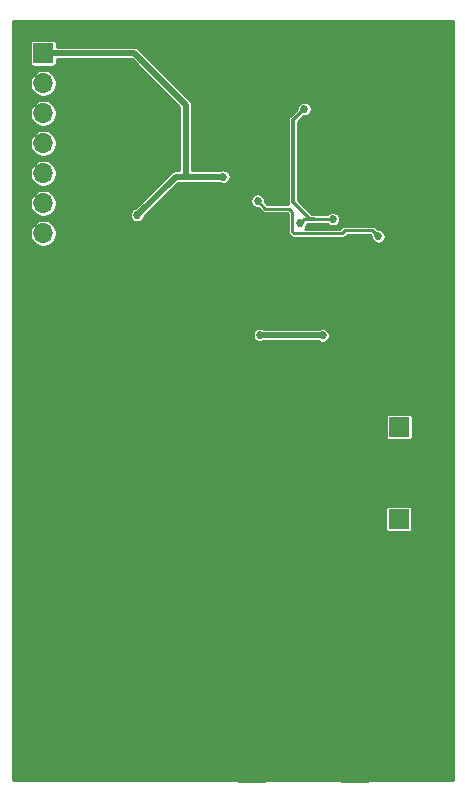
<source format=gbl>
%TF.GenerationSoftware,KiCad,Pcbnew,5.1.5-52549c5~84~ubuntu19.10.1*%
%TF.CreationDate,2019-12-17T23:17:54-05:00*%
%TF.ProjectId,test-mixer,74657374-2d6d-4697-9865-722e6b696361,rev?*%
%TF.SameCoordinates,Original*%
%TF.FileFunction,Copper,L2,Bot*%
%TF.FilePolarity,Positive*%
%FSLAX46Y46*%
G04 Gerber Fmt 4.6, Leading zero omitted, Abs format (unit mm)*
G04 Created by KiCad (PCBNEW 5.1.5-52549c5~84~ubuntu19.10.1) date 2019-12-17 23:17:54*
%MOMM*%
%LPD*%
G04 APERTURE LIST*
%ADD10R,1.700000X1.700000*%
%ADD11O,1.700000X1.700000*%
%ADD12C,0.965200*%
%ADD13R,2.413000X4.830000*%
%ADD14C,0.685800*%
%ADD15C,0.508000*%
%ADD16C,1.270000*%
%ADD17C,0.762000*%
%ADD18C,0.254000*%
%ADD19C,0.330200*%
G04 APERTURE END LIST*
D10*
X50050000Y-118550000D03*
X50100000Y-110750000D03*
D11*
X19950000Y-96880000D03*
X19950000Y-94340000D03*
X19950000Y-91800000D03*
X19950000Y-89260000D03*
X19950000Y-86720000D03*
X19950000Y-84180000D03*
X19950000Y-81640000D03*
D10*
X19950000Y-79100000D03*
D12*
X46381500Y-135231000D03*
X37618500Y-135231000D03*
D13*
X46381500Y-138550000D03*
X37618500Y-138535000D03*
D14*
X45000000Y-132500000D03*
X40000000Y-132500000D03*
X40300000Y-89200000D03*
X50175000Y-92750000D03*
X46700000Y-96200000D03*
X46600000Y-97250000D03*
X46225000Y-94750000D03*
X43050000Y-100300000D03*
X43100000Y-101200000D03*
X36581282Y-94381282D03*
X37831282Y-93131282D03*
X34131282Y-96731282D03*
X32781282Y-97831282D03*
X31150000Y-98600000D03*
X30350000Y-99100000D03*
X43985000Y-88785000D03*
X46385000Y-88750000D03*
X46385000Y-89700000D03*
X43700000Y-83600000D03*
X44700000Y-91635000D03*
X45700000Y-91635000D03*
X39700014Y-126950000D03*
X39550006Y-128000000D03*
X46719168Y-91035832D03*
X37450000Y-90335000D03*
X32625000Y-92700000D03*
X41800000Y-89200000D03*
X41825000Y-90625000D03*
X36275000Y-83200000D03*
X36150000Y-78350000D03*
X46225000Y-93150000D03*
X25000000Y-137500000D03*
X30000000Y-137500000D03*
X35000000Y-137500000D03*
X35000000Y-132500000D03*
X35000000Y-127500000D03*
X35000000Y-122500000D03*
X35000000Y-117500000D03*
X35000000Y-112500000D03*
X35000000Y-107500000D03*
X35000000Y-102500000D03*
X30000000Y-102500000D03*
X30000000Y-107500000D03*
X30000000Y-112500000D03*
X30000000Y-117500000D03*
X30000000Y-122500000D03*
X30000000Y-127500000D03*
X30000000Y-132500000D03*
X25000000Y-132500000D03*
X25000000Y-127500000D03*
X25000000Y-122500000D03*
X25000000Y-117500000D03*
X25000000Y-112500000D03*
X25000000Y-107500000D03*
X25000000Y-102500000D03*
X25000000Y-97500000D03*
X25000000Y-92500000D03*
X20000000Y-102500000D03*
X20000000Y-112500000D03*
X20000000Y-117500000D03*
X20000000Y-122500000D03*
X20000000Y-127500000D03*
X20000000Y-132500000D03*
X50000000Y-132500000D03*
X50000000Y-127500000D03*
X50000000Y-122500000D03*
X50000000Y-107500000D03*
X50000000Y-102500000D03*
X50000000Y-87500000D03*
X45000000Y-82500000D03*
X44000000Y-105000000D03*
X44000000Y-110000000D03*
X44000000Y-115000000D03*
X44000000Y-120000000D03*
X44000000Y-125000000D03*
X40289590Y-90573015D03*
X39000000Y-97000000D03*
X37000000Y-100000000D03*
X43500000Y-97000000D03*
X39500000Y-99000000D03*
X38225000Y-87350000D03*
X40376821Y-92925139D03*
X35200000Y-89550000D03*
X27900000Y-92800000D03*
X44475000Y-93150000D03*
X41672310Y-93484144D03*
X42050000Y-83825000D03*
X38100000Y-91600000D03*
X48325000Y-94600000D03*
X38300000Y-102950000D03*
X43600000Y-103000000D03*
D15*
X28445000Y-96880000D02*
X32625000Y-92700000D01*
X19950000Y-96880000D02*
X28445000Y-96880000D01*
X34900000Y-92700000D02*
X36581282Y-94381282D01*
X32625000Y-92700000D02*
X34900000Y-92700000D01*
X35085000Y-92700000D02*
X37450000Y-90335000D01*
X34900000Y-92700000D02*
X35085000Y-92700000D01*
D16*
X46225000Y-92160000D02*
X45700000Y-91635000D01*
X46225000Y-93150000D02*
X46225000Y-92160000D01*
X49435000Y-92750000D02*
X46385000Y-89700000D01*
X50175000Y-92750000D02*
X49435000Y-92750000D01*
X43700000Y-88500000D02*
X43985000Y-88785000D01*
X43700000Y-83600000D02*
X43700000Y-88500000D01*
X43550000Y-100300000D02*
X46600000Y-97250000D01*
X43050000Y-100300000D02*
X43550000Y-100300000D01*
D15*
X37450000Y-85875000D02*
X36275000Y-84700000D01*
X37450000Y-90335000D02*
X37450000Y-85875000D01*
X36275000Y-84700000D02*
X36275000Y-83200000D01*
X36275000Y-78475000D02*
X36150000Y-78350000D01*
X36275000Y-83200000D02*
X36275000Y-78475000D01*
X37908000Y-83200000D02*
X39008000Y-82100000D01*
X36275000Y-83200000D02*
X37908000Y-83200000D01*
X42200000Y-82100000D02*
X43700000Y-83600000D01*
X39008000Y-82100000D02*
X42200000Y-82100000D01*
X46185000Y-89900000D02*
X46385000Y-89700000D01*
D17*
X40075000Y-89200000D02*
X38225000Y-87350000D01*
X40300000Y-89200000D02*
X40075000Y-89200000D01*
D15*
X36570678Y-96731282D02*
X40033922Y-93268038D01*
X40033922Y-93268038D02*
X40376821Y-92925139D01*
X34131282Y-96731282D02*
X36570678Y-96731282D01*
X31150000Y-89550000D02*
X27900000Y-92800000D01*
X35200000Y-89550000D02*
X32000000Y-89550000D01*
X32000000Y-89550000D02*
X31150000Y-89550000D01*
X32000000Y-83450000D02*
X32000000Y-89550000D01*
X19950000Y-79100000D02*
X27650000Y-79100000D01*
X27650000Y-79100000D02*
X32000000Y-83450000D01*
D18*
X42006454Y-93150000D02*
X41672310Y-93484144D01*
D19*
X42850000Y-93150000D02*
X42550000Y-93150000D01*
D18*
X44475000Y-93150000D02*
X42850000Y-93150000D01*
X42850000Y-93150000D02*
X42006454Y-93150000D01*
D19*
X42550000Y-93150000D02*
X41100000Y-91700000D01*
X41100000Y-84775000D02*
X42050000Y-83825000D01*
X41100000Y-91700000D02*
X41100000Y-84775000D01*
D18*
X38100000Y-91600000D02*
X38757301Y-92257301D01*
X47825928Y-94100928D02*
X48325000Y-94600000D01*
X38757301Y-92257301D02*
X40757301Y-92257301D01*
X40757301Y-92257301D02*
X41050000Y-92550000D01*
X41050000Y-92550000D02*
X41050000Y-94200000D01*
X41050000Y-94200000D02*
X41200000Y-94350000D01*
X41200000Y-94350000D02*
X45250000Y-94350000D01*
X45250000Y-94350000D02*
X45499072Y-94100928D01*
X46254922Y-94100928D02*
X46399072Y-94100928D01*
X46399072Y-94100928D02*
X47825928Y-94100928D01*
X45499072Y-94100928D02*
X46399072Y-94100928D01*
D15*
X38300000Y-102950000D02*
X43550000Y-102950000D01*
X43550000Y-102950000D02*
X43600000Y-103000000D01*
D18*
G36*
X54644401Y-140644400D02*
G01*
X17355600Y-140644400D01*
X17355600Y-117700000D01*
X48919249Y-117700000D01*
X48919249Y-119400000D01*
X48924644Y-119454772D01*
X48940620Y-119507439D01*
X48966564Y-119555977D01*
X49001479Y-119598521D01*
X49044023Y-119633436D01*
X49092561Y-119659380D01*
X49145228Y-119675356D01*
X49200000Y-119680751D01*
X50900000Y-119680751D01*
X50954772Y-119675356D01*
X51007439Y-119659380D01*
X51055977Y-119633436D01*
X51098521Y-119598521D01*
X51133436Y-119555977D01*
X51159380Y-119507439D01*
X51175356Y-119454772D01*
X51180751Y-119400000D01*
X51180751Y-117700000D01*
X51175356Y-117645228D01*
X51159380Y-117592561D01*
X51133436Y-117544023D01*
X51098521Y-117501479D01*
X51055977Y-117466564D01*
X51007439Y-117440620D01*
X50954772Y-117424644D01*
X50900000Y-117419249D01*
X49200000Y-117419249D01*
X49145228Y-117424644D01*
X49092561Y-117440620D01*
X49044023Y-117466564D01*
X49001479Y-117501479D01*
X48966564Y-117544023D01*
X48940620Y-117592561D01*
X48924644Y-117645228D01*
X48919249Y-117700000D01*
X17355600Y-117700000D01*
X17355600Y-109900000D01*
X48969249Y-109900000D01*
X48969249Y-111600000D01*
X48974644Y-111654772D01*
X48990620Y-111707439D01*
X49016564Y-111755977D01*
X49051479Y-111798521D01*
X49094023Y-111833436D01*
X49142561Y-111859380D01*
X49195228Y-111875356D01*
X49250000Y-111880751D01*
X50950000Y-111880751D01*
X51004772Y-111875356D01*
X51057439Y-111859380D01*
X51105977Y-111833436D01*
X51148521Y-111798521D01*
X51183436Y-111755977D01*
X51209380Y-111707439D01*
X51225356Y-111654772D01*
X51230751Y-111600000D01*
X51230751Y-109900000D01*
X51225356Y-109845228D01*
X51209380Y-109792561D01*
X51183436Y-109744023D01*
X51148521Y-109701479D01*
X51105977Y-109666564D01*
X51057439Y-109640620D01*
X51004772Y-109624644D01*
X50950000Y-109619249D01*
X49250000Y-109619249D01*
X49195228Y-109624644D01*
X49142561Y-109640620D01*
X49094023Y-109666564D01*
X49051479Y-109701479D01*
X49016564Y-109744023D01*
X48990620Y-109792561D01*
X48974644Y-109845228D01*
X48969249Y-109900000D01*
X17355600Y-109900000D01*
X17355600Y-102888709D01*
X37677700Y-102888709D01*
X37677700Y-103011291D01*
X37701615Y-103131518D01*
X37748525Y-103244770D01*
X37816628Y-103346693D01*
X37903307Y-103433372D01*
X38005230Y-103501475D01*
X38118482Y-103548385D01*
X38238709Y-103572300D01*
X38361291Y-103572300D01*
X38481518Y-103548385D01*
X38594770Y-103501475D01*
X38621821Y-103483400D01*
X43203349Y-103483400D01*
X43305230Y-103551475D01*
X43418482Y-103598385D01*
X43538709Y-103622300D01*
X43661291Y-103622300D01*
X43781518Y-103598385D01*
X43894770Y-103551475D01*
X43996693Y-103483372D01*
X44083372Y-103396693D01*
X44151475Y-103294770D01*
X44198385Y-103181518D01*
X44222300Y-103061291D01*
X44222300Y-102938709D01*
X44198385Y-102818482D01*
X44151475Y-102705230D01*
X44083372Y-102603307D01*
X43996693Y-102516628D01*
X43894770Y-102448525D01*
X43781518Y-102401615D01*
X43661291Y-102377700D01*
X43538709Y-102377700D01*
X43418482Y-102401615D01*
X43382305Y-102416600D01*
X38621821Y-102416600D01*
X38594770Y-102398525D01*
X38481518Y-102351615D01*
X38361291Y-102327700D01*
X38238709Y-102327700D01*
X38118482Y-102351615D01*
X38005230Y-102398525D01*
X37903307Y-102466628D01*
X37816628Y-102553307D01*
X37748525Y-102655230D01*
X37701615Y-102768482D01*
X37677700Y-102888709D01*
X17355600Y-102888709D01*
X17355600Y-94228764D01*
X18820600Y-94228764D01*
X18820600Y-94451236D01*
X18864002Y-94669434D01*
X18949138Y-94874972D01*
X19072737Y-95059951D01*
X19230049Y-95217263D01*
X19415028Y-95340862D01*
X19620566Y-95425998D01*
X19838764Y-95469400D01*
X20061236Y-95469400D01*
X20279434Y-95425998D01*
X20484972Y-95340862D01*
X20669951Y-95217263D01*
X20827263Y-95059951D01*
X20950862Y-94874972D01*
X21035998Y-94669434D01*
X21079400Y-94451236D01*
X21079400Y-94228764D01*
X21035998Y-94010566D01*
X20950862Y-93805028D01*
X20827263Y-93620049D01*
X20669951Y-93462737D01*
X20484972Y-93339138D01*
X20279434Y-93254002D01*
X20061236Y-93210600D01*
X19838764Y-93210600D01*
X19620566Y-93254002D01*
X19415028Y-93339138D01*
X19230049Y-93462737D01*
X19072737Y-93620049D01*
X18949138Y-93805028D01*
X18864002Y-94010566D01*
X18820600Y-94228764D01*
X17355600Y-94228764D01*
X17355600Y-91688764D01*
X18820600Y-91688764D01*
X18820600Y-91911236D01*
X18864002Y-92129434D01*
X18949138Y-92334972D01*
X19072737Y-92519951D01*
X19230049Y-92677263D01*
X19415028Y-92800862D01*
X19620566Y-92885998D01*
X19838764Y-92929400D01*
X20061236Y-92929400D01*
X20279434Y-92885998D01*
X20484972Y-92800862D01*
X20669951Y-92677263D01*
X20827263Y-92519951D01*
X20950862Y-92334972D01*
X21035998Y-92129434D01*
X21079400Y-91911236D01*
X21079400Y-91688764D01*
X21035998Y-91470566D01*
X20950862Y-91265028D01*
X20827263Y-91080049D01*
X20669951Y-90922737D01*
X20484972Y-90799138D01*
X20279434Y-90714002D01*
X20061236Y-90670600D01*
X19838764Y-90670600D01*
X19620566Y-90714002D01*
X19415028Y-90799138D01*
X19230049Y-90922737D01*
X19072737Y-91080049D01*
X18949138Y-91265028D01*
X18864002Y-91470566D01*
X18820600Y-91688764D01*
X17355600Y-91688764D01*
X17355600Y-89148764D01*
X18820600Y-89148764D01*
X18820600Y-89371236D01*
X18864002Y-89589434D01*
X18949138Y-89794972D01*
X19072737Y-89979951D01*
X19230049Y-90137263D01*
X19415028Y-90260862D01*
X19620566Y-90345998D01*
X19838764Y-90389400D01*
X20061236Y-90389400D01*
X20279434Y-90345998D01*
X20484972Y-90260862D01*
X20669951Y-90137263D01*
X20827263Y-89979951D01*
X20950862Y-89794972D01*
X21035998Y-89589434D01*
X21079400Y-89371236D01*
X21079400Y-89148764D01*
X21035998Y-88930566D01*
X20950862Y-88725028D01*
X20827263Y-88540049D01*
X20669951Y-88382737D01*
X20484972Y-88259138D01*
X20279434Y-88174002D01*
X20061236Y-88130600D01*
X19838764Y-88130600D01*
X19620566Y-88174002D01*
X19415028Y-88259138D01*
X19230049Y-88382737D01*
X19072737Y-88540049D01*
X18949138Y-88725028D01*
X18864002Y-88930566D01*
X18820600Y-89148764D01*
X17355600Y-89148764D01*
X17355600Y-86608764D01*
X18820600Y-86608764D01*
X18820600Y-86831236D01*
X18864002Y-87049434D01*
X18949138Y-87254972D01*
X19072737Y-87439951D01*
X19230049Y-87597263D01*
X19415028Y-87720862D01*
X19620566Y-87805998D01*
X19838764Y-87849400D01*
X20061236Y-87849400D01*
X20279434Y-87805998D01*
X20484972Y-87720862D01*
X20669951Y-87597263D01*
X20827263Y-87439951D01*
X20950862Y-87254972D01*
X21035998Y-87049434D01*
X21079400Y-86831236D01*
X21079400Y-86608764D01*
X21035998Y-86390566D01*
X20950862Y-86185028D01*
X20827263Y-86000049D01*
X20669951Y-85842737D01*
X20484972Y-85719138D01*
X20279434Y-85634002D01*
X20061236Y-85590600D01*
X19838764Y-85590600D01*
X19620566Y-85634002D01*
X19415028Y-85719138D01*
X19230049Y-85842737D01*
X19072737Y-86000049D01*
X18949138Y-86185028D01*
X18864002Y-86390566D01*
X18820600Y-86608764D01*
X17355600Y-86608764D01*
X17355600Y-84068764D01*
X18820600Y-84068764D01*
X18820600Y-84291236D01*
X18864002Y-84509434D01*
X18949138Y-84714972D01*
X19072737Y-84899951D01*
X19230049Y-85057263D01*
X19415028Y-85180862D01*
X19620566Y-85265998D01*
X19838764Y-85309400D01*
X20061236Y-85309400D01*
X20279434Y-85265998D01*
X20484972Y-85180862D01*
X20669951Y-85057263D01*
X20827263Y-84899951D01*
X20950862Y-84714972D01*
X21035998Y-84509434D01*
X21079400Y-84291236D01*
X21079400Y-84068764D01*
X21035998Y-83850566D01*
X20950862Y-83645028D01*
X20827263Y-83460049D01*
X20669951Y-83302737D01*
X20484972Y-83179138D01*
X20279434Y-83094002D01*
X20061236Y-83050600D01*
X19838764Y-83050600D01*
X19620566Y-83094002D01*
X19415028Y-83179138D01*
X19230049Y-83302737D01*
X19072737Y-83460049D01*
X18949138Y-83645028D01*
X18864002Y-83850566D01*
X18820600Y-84068764D01*
X17355600Y-84068764D01*
X17355600Y-81528764D01*
X18820600Y-81528764D01*
X18820600Y-81751236D01*
X18864002Y-81969434D01*
X18949138Y-82174972D01*
X19072737Y-82359951D01*
X19230049Y-82517263D01*
X19415028Y-82640862D01*
X19620566Y-82725998D01*
X19838764Y-82769400D01*
X20061236Y-82769400D01*
X20279434Y-82725998D01*
X20484972Y-82640862D01*
X20669951Y-82517263D01*
X20827263Y-82359951D01*
X20950862Y-82174972D01*
X21035998Y-81969434D01*
X21079400Y-81751236D01*
X21079400Y-81528764D01*
X21035998Y-81310566D01*
X20950862Y-81105028D01*
X20827263Y-80920049D01*
X20669951Y-80762737D01*
X20484972Y-80639138D01*
X20279434Y-80554002D01*
X20061236Y-80510600D01*
X19838764Y-80510600D01*
X19620566Y-80554002D01*
X19415028Y-80639138D01*
X19230049Y-80762737D01*
X19072737Y-80920049D01*
X18949138Y-81105028D01*
X18864002Y-81310566D01*
X18820600Y-81528764D01*
X17355600Y-81528764D01*
X17355600Y-78250000D01*
X18819249Y-78250000D01*
X18819249Y-79950000D01*
X18824644Y-80004772D01*
X18840620Y-80057439D01*
X18866564Y-80105977D01*
X18901479Y-80148521D01*
X18944023Y-80183436D01*
X18992561Y-80209380D01*
X19045228Y-80225356D01*
X19100000Y-80230751D01*
X20800000Y-80230751D01*
X20854772Y-80225356D01*
X20907439Y-80209380D01*
X20955977Y-80183436D01*
X20998521Y-80148521D01*
X21033436Y-80105977D01*
X21059380Y-80057439D01*
X21075356Y-80004772D01*
X21080751Y-79950000D01*
X21080751Y-79633400D01*
X27429059Y-79633400D01*
X31466600Y-83670942D01*
X31466601Y-89016600D01*
X31176186Y-89016600D01*
X31149999Y-89014021D01*
X31123812Y-89016600D01*
X31123805Y-89016600D01*
X31045435Y-89024319D01*
X30944889Y-89054819D01*
X30852225Y-89104349D01*
X30798106Y-89148764D01*
X30771005Y-89171005D01*
X30754309Y-89191349D01*
X27750391Y-92195268D01*
X27718482Y-92201615D01*
X27605230Y-92248525D01*
X27503307Y-92316628D01*
X27416628Y-92403307D01*
X27348525Y-92505230D01*
X27301615Y-92618482D01*
X27277700Y-92738709D01*
X27277700Y-92861291D01*
X27301615Y-92981518D01*
X27348525Y-93094770D01*
X27416628Y-93196693D01*
X27503307Y-93283372D01*
X27605230Y-93351475D01*
X27718482Y-93398385D01*
X27838709Y-93422300D01*
X27961291Y-93422300D01*
X28081518Y-93398385D01*
X28194770Y-93351475D01*
X28296693Y-93283372D01*
X28383372Y-93196693D01*
X28451475Y-93094770D01*
X28498385Y-92981518D01*
X28504732Y-92949609D01*
X29915632Y-91538709D01*
X37477700Y-91538709D01*
X37477700Y-91661291D01*
X37501615Y-91781518D01*
X37548525Y-91894770D01*
X37616628Y-91996693D01*
X37703307Y-92083372D01*
X37805230Y-92151475D01*
X37918482Y-92198385D01*
X38038709Y-92222300D01*
X38147563Y-92222300D01*
X38455823Y-92530560D01*
X38468543Y-92546059D01*
X38484041Y-92558778D01*
X38484046Y-92558783D01*
X38505047Y-92576018D01*
X38530425Y-92596845D01*
X38591833Y-92629668D01*
X38601026Y-92634582D01*
X38677632Y-92657820D01*
X38684905Y-92658536D01*
X38737341Y-92663701D01*
X38737348Y-92663701D01*
X38757301Y-92665666D01*
X38777254Y-92663701D01*
X40588965Y-92663701D01*
X40643600Y-92718337D01*
X40643601Y-94180038D01*
X40641635Y-94200000D01*
X40649481Y-94279668D01*
X40672719Y-94356274D01*
X40672720Y-94356275D01*
X40710457Y-94426876D01*
X40721615Y-94440472D01*
X40748518Y-94473254D01*
X40748524Y-94473260D01*
X40761243Y-94488758D01*
X40776741Y-94501477D01*
X40898518Y-94623254D01*
X40911242Y-94638758D01*
X40973124Y-94689544D01*
X41043725Y-94727281D01*
X41120331Y-94750519D01*
X41128335Y-94751307D01*
X41180040Y-94756400D01*
X41180046Y-94756400D01*
X41199999Y-94758365D01*
X41219952Y-94756400D01*
X45230047Y-94756400D01*
X45250000Y-94758365D01*
X45269953Y-94756400D01*
X45269960Y-94756400D01*
X45329668Y-94750519D01*
X45406275Y-94727281D01*
X45476876Y-94689544D01*
X45538758Y-94638758D01*
X45551482Y-94623254D01*
X45667408Y-94507328D01*
X47657592Y-94507328D01*
X47702700Y-94552436D01*
X47702700Y-94661291D01*
X47726615Y-94781518D01*
X47773525Y-94894770D01*
X47841628Y-94996693D01*
X47928307Y-95083372D01*
X48030230Y-95151475D01*
X48143482Y-95198385D01*
X48263709Y-95222300D01*
X48386291Y-95222300D01*
X48506518Y-95198385D01*
X48619770Y-95151475D01*
X48721693Y-95083372D01*
X48808372Y-94996693D01*
X48876475Y-94894770D01*
X48923385Y-94781518D01*
X48947300Y-94661291D01*
X48947300Y-94538709D01*
X48923385Y-94418482D01*
X48876475Y-94305230D01*
X48808372Y-94203307D01*
X48721693Y-94116628D01*
X48619770Y-94048525D01*
X48506518Y-94001615D01*
X48386291Y-93977700D01*
X48277436Y-93977700D01*
X48127410Y-93827674D01*
X48114686Y-93812170D01*
X48052804Y-93761384D01*
X47982203Y-93723647D01*
X47905596Y-93700409D01*
X47845888Y-93694528D01*
X47845881Y-93694528D01*
X47825928Y-93692563D01*
X47805975Y-93694528D01*
X45519024Y-93694528D01*
X45499071Y-93692563D01*
X45479118Y-93694528D01*
X45479112Y-93694528D01*
X45427407Y-93699621D01*
X45419403Y-93700409D01*
X45342797Y-93723647D01*
X45272196Y-93761384D01*
X45210314Y-93812170D01*
X45197590Y-93827674D01*
X45081664Y-93943600D01*
X42092919Y-93943600D01*
X42155682Y-93880837D01*
X42223785Y-93778914D01*
X42270695Y-93665662D01*
X42292429Y-93556400D01*
X42367379Y-93556400D01*
X42379074Y-93562651D01*
X42462863Y-93588068D01*
X42528170Y-93594500D01*
X42528180Y-93594500D01*
X42550000Y-93596649D01*
X42571820Y-93594500D01*
X42871830Y-93594500D01*
X42937137Y-93588068D01*
X43020926Y-93562651D01*
X43032621Y-93556400D01*
X44001335Y-93556400D01*
X44078307Y-93633372D01*
X44180230Y-93701475D01*
X44293482Y-93748385D01*
X44413709Y-93772300D01*
X44536291Y-93772300D01*
X44656518Y-93748385D01*
X44769770Y-93701475D01*
X44871693Y-93633372D01*
X44958372Y-93546693D01*
X45026475Y-93444770D01*
X45073385Y-93331518D01*
X45097300Y-93211291D01*
X45097300Y-93088709D01*
X45073385Y-92968482D01*
X45026475Y-92855230D01*
X44958372Y-92753307D01*
X44871693Y-92666628D01*
X44769770Y-92598525D01*
X44656518Y-92551615D01*
X44536291Y-92527700D01*
X44413709Y-92527700D01*
X44293482Y-92551615D01*
X44180230Y-92598525D01*
X44078307Y-92666628D01*
X44001335Y-92743600D01*
X43032621Y-92743600D01*
X43020926Y-92737349D01*
X42937137Y-92711932D01*
X42871830Y-92705500D01*
X42734118Y-92705500D01*
X41544500Y-91515883D01*
X41544500Y-84959117D01*
X42056318Y-84447300D01*
X42111291Y-84447300D01*
X42231518Y-84423385D01*
X42344770Y-84376475D01*
X42446693Y-84308372D01*
X42533372Y-84221693D01*
X42601475Y-84119770D01*
X42648385Y-84006518D01*
X42672300Y-83886291D01*
X42672300Y-83763709D01*
X42648385Y-83643482D01*
X42601475Y-83530230D01*
X42533372Y-83428307D01*
X42446693Y-83341628D01*
X42344770Y-83273525D01*
X42231518Y-83226615D01*
X42111291Y-83202700D01*
X41988709Y-83202700D01*
X41868482Y-83226615D01*
X41755230Y-83273525D01*
X41653307Y-83341628D01*
X41566628Y-83428307D01*
X41498525Y-83530230D01*
X41451615Y-83643482D01*
X41427700Y-83763709D01*
X41427700Y-83818682D01*
X40801125Y-84445258D01*
X40784172Y-84459171D01*
X40770259Y-84476124D01*
X40770255Y-84476128D01*
X40728624Y-84526855D01*
X40687349Y-84604075D01*
X40661933Y-84687863D01*
X40653351Y-84775000D01*
X40655501Y-84796830D01*
X40655500Y-91678180D01*
X40653351Y-91700000D01*
X40655500Y-91721820D01*
X40655500Y-91721829D01*
X40661932Y-91787136D01*
X40673987Y-91826875D01*
X40681275Y-91850901D01*
X38925638Y-91850901D01*
X38722300Y-91647563D01*
X38722300Y-91538709D01*
X38698385Y-91418482D01*
X38651475Y-91305230D01*
X38583372Y-91203307D01*
X38496693Y-91116628D01*
X38394770Y-91048525D01*
X38281518Y-91001615D01*
X38161291Y-90977700D01*
X38038709Y-90977700D01*
X37918482Y-91001615D01*
X37805230Y-91048525D01*
X37703307Y-91116628D01*
X37616628Y-91203307D01*
X37548525Y-91305230D01*
X37501615Y-91418482D01*
X37477700Y-91538709D01*
X29915632Y-91538709D01*
X31370942Y-90083400D01*
X31973806Y-90083400D01*
X32000000Y-90085980D01*
X32026195Y-90083400D01*
X34878179Y-90083400D01*
X34905230Y-90101475D01*
X35018482Y-90148385D01*
X35138709Y-90172300D01*
X35261291Y-90172300D01*
X35381518Y-90148385D01*
X35494770Y-90101475D01*
X35596693Y-90033372D01*
X35683372Y-89946693D01*
X35751475Y-89844770D01*
X35798385Y-89731518D01*
X35822300Y-89611291D01*
X35822300Y-89488709D01*
X35798385Y-89368482D01*
X35751475Y-89255230D01*
X35683372Y-89153307D01*
X35596693Y-89066628D01*
X35494770Y-88998525D01*
X35381518Y-88951615D01*
X35261291Y-88927700D01*
X35138709Y-88927700D01*
X35018482Y-88951615D01*
X34905230Y-88998525D01*
X34878179Y-89016600D01*
X32533400Y-89016600D01*
X32533400Y-83476187D01*
X32535979Y-83450000D01*
X32533400Y-83423813D01*
X32533400Y-83423805D01*
X32525681Y-83345435D01*
X32495181Y-83244889D01*
X32445651Y-83152225D01*
X32410687Y-83109621D01*
X32395693Y-83091351D01*
X32395691Y-83091349D01*
X32378995Y-83071005D01*
X32358651Y-83054309D01*
X28045696Y-78741355D01*
X28028995Y-78721005D01*
X27947775Y-78654349D01*
X27855111Y-78604819D01*
X27754565Y-78574319D01*
X27676195Y-78566600D01*
X27676187Y-78566600D01*
X27650000Y-78564021D01*
X27623813Y-78566600D01*
X21080751Y-78566600D01*
X21080751Y-78250000D01*
X21075356Y-78195228D01*
X21059380Y-78142561D01*
X21033436Y-78094023D01*
X20998521Y-78051479D01*
X20955977Y-78016564D01*
X20907439Y-77990620D01*
X20854772Y-77974644D01*
X20800000Y-77969249D01*
X19100000Y-77969249D01*
X19045228Y-77974644D01*
X18992561Y-77990620D01*
X18944023Y-78016564D01*
X18901479Y-78051479D01*
X18866564Y-78094023D01*
X18840620Y-78142561D01*
X18824644Y-78195228D01*
X18819249Y-78250000D01*
X17355600Y-78250000D01*
X17355600Y-76355600D01*
X54644400Y-76355600D01*
X54644401Y-140644400D01*
G37*
X54644401Y-140644400D02*
X17355600Y-140644400D01*
X17355600Y-117700000D01*
X48919249Y-117700000D01*
X48919249Y-119400000D01*
X48924644Y-119454772D01*
X48940620Y-119507439D01*
X48966564Y-119555977D01*
X49001479Y-119598521D01*
X49044023Y-119633436D01*
X49092561Y-119659380D01*
X49145228Y-119675356D01*
X49200000Y-119680751D01*
X50900000Y-119680751D01*
X50954772Y-119675356D01*
X51007439Y-119659380D01*
X51055977Y-119633436D01*
X51098521Y-119598521D01*
X51133436Y-119555977D01*
X51159380Y-119507439D01*
X51175356Y-119454772D01*
X51180751Y-119400000D01*
X51180751Y-117700000D01*
X51175356Y-117645228D01*
X51159380Y-117592561D01*
X51133436Y-117544023D01*
X51098521Y-117501479D01*
X51055977Y-117466564D01*
X51007439Y-117440620D01*
X50954772Y-117424644D01*
X50900000Y-117419249D01*
X49200000Y-117419249D01*
X49145228Y-117424644D01*
X49092561Y-117440620D01*
X49044023Y-117466564D01*
X49001479Y-117501479D01*
X48966564Y-117544023D01*
X48940620Y-117592561D01*
X48924644Y-117645228D01*
X48919249Y-117700000D01*
X17355600Y-117700000D01*
X17355600Y-109900000D01*
X48969249Y-109900000D01*
X48969249Y-111600000D01*
X48974644Y-111654772D01*
X48990620Y-111707439D01*
X49016564Y-111755977D01*
X49051479Y-111798521D01*
X49094023Y-111833436D01*
X49142561Y-111859380D01*
X49195228Y-111875356D01*
X49250000Y-111880751D01*
X50950000Y-111880751D01*
X51004772Y-111875356D01*
X51057439Y-111859380D01*
X51105977Y-111833436D01*
X51148521Y-111798521D01*
X51183436Y-111755977D01*
X51209380Y-111707439D01*
X51225356Y-111654772D01*
X51230751Y-111600000D01*
X51230751Y-109900000D01*
X51225356Y-109845228D01*
X51209380Y-109792561D01*
X51183436Y-109744023D01*
X51148521Y-109701479D01*
X51105977Y-109666564D01*
X51057439Y-109640620D01*
X51004772Y-109624644D01*
X50950000Y-109619249D01*
X49250000Y-109619249D01*
X49195228Y-109624644D01*
X49142561Y-109640620D01*
X49094023Y-109666564D01*
X49051479Y-109701479D01*
X49016564Y-109744023D01*
X48990620Y-109792561D01*
X48974644Y-109845228D01*
X48969249Y-109900000D01*
X17355600Y-109900000D01*
X17355600Y-102888709D01*
X37677700Y-102888709D01*
X37677700Y-103011291D01*
X37701615Y-103131518D01*
X37748525Y-103244770D01*
X37816628Y-103346693D01*
X37903307Y-103433372D01*
X38005230Y-103501475D01*
X38118482Y-103548385D01*
X38238709Y-103572300D01*
X38361291Y-103572300D01*
X38481518Y-103548385D01*
X38594770Y-103501475D01*
X38621821Y-103483400D01*
X43203349Y-103483400D01*
X43305230Y-103551475D01*
X43418482Y-103598385D01*
X43538709Y-103622300D01*
X43661291Y-103622300D01*
X43781518Y-103598385D01*
X43894770Y-103551475D01*
X43996693Y-103483372D01*
X44083372Y-103396693D01*
X44151475Y-103294770D01*
X44198385Y-103181518D01*
X44222300Y-103061291D01*
X44222300Y-102938709D01*
X44198385Y-102818482D01*
X44151475Y-102705230D01*
X44083372Y-102603307D01*
X43996693Y-102516628D01*
X43894770Y-102448525D01*
X43781518Y-102401615D01*
X43661291Y-102377700D01*
X43538709Y-102377700D01*
X43418482Y-102401615D01*
X43382305Y-102416600D01*
X38621821Y-102416600D01*
X38594770Y-102398525D01*
X38481518Y-102351615D01*
X38361291Y-102327700D01*
X38238709Y-102327700D01*
X38118482Y-102351615D01*
X38005230Y-102398525D01*
X37903307Y-102466628D01*
X37816628Y-102553307D01*
X37748525Y-102655230D01*
X37701615Y-102768482D01*
X37677700Y-102888709D01*
X17355600Y-102888709D01*
X17355600Y-94228764D01*
X18820600Y-94228764D01*
X18820600Y-94451236D01*
X18864002Y-94669434D01*
X18949138Y-94874972D01*
X19072737Y-95059951D01*
X19230049Y-95217263D01*
X19415028Y-95340862D01*
X19620566Y-95425998D01*
X19838764Y-95469400D01*
X20061236Y-95469400D01*
X20279434Y-95425998D01*
X20484972Y-95340862D01*
X20669951Y-95217263D01*
X20827263Y-95059951D01*
X20950862Y-94874972D01*
X21035998Y-94669434D01*
X21079400Y-94451236D01*
X21079400Y-94228764D01*
X21035998Y-94010566D01*
X20950862Y-93805028D01*
X20827263Y-93620049D01*
X20669951Y-93462737D01*
X20484972Y-93339138D01*
X20279434Y-93254002D01*
X20061236Y-93210600D01*
X19838764Y-93210600D01*
X19620566Y-93254002D01*
X19415028Y-93339138D01*
X19230049Y-93462737D01*
X19072737Y-93620049D01*
X18949138Y-93805028D01*
X18864002Y-94010566D01*
X18820600Y-94228764D01*
X17355600Y-94228764D01*
X17355600Y-91688764D01*
X18820600Y-91688764D01*
X18820600Y-91911236D01*
X18864002Y-92129434D01*
X18949138Y-92334972D01*
X19072737Y-92519951D01*
X19230049Y-92677263D01*
X19415028Y-92800862D01*
X19620566Y-92885998D01*
X19838764Y-92929400D01*
X20061236Y-92929400D01*
X20279434Y-92885998D01*
X20484972Y-92800862D01*
X20669951Y-92677263D01*
X20827263Y-92519951D01*
X20950862Y-92334972D01*
X21035998Y-92129434D01*
X21079400Y-91911236D01*
X21079400Y-91688764D01*
X21035998Y-91470566D01*
X20950862Y-91265028D01*
X20827263Y-91080049D01*
X20669951Y-90922737D01*
X20484972Y-90799138D01*
X20279434Y-90714002D01*
X20061236Y-90670600D01*
X19838764Y-90670600D01*
X19620566Y-90714002D01*
X19415028Y-90799138D01*
X19230049Y-90922737D01*
X19072737Y-91080049D01*
X18949138Y-91265028D01*
X18864002Y-91470566D01*
X18820600Y-91688764D01*
X17355600Y-91688764D01*
X17355600Y-89148764D01*
X18820600Y-89148764D01*
X18820600Y-89371236D01*
X18864002Y-89589434D01*
X18949138Y-89794972D01*
X19072737Y-89979951D01*
X19230049Y-90137263D01*
X19415028Y-90260862D01*
X19620566Y-90345998D01*
X19838764Y-90389400D01*
X20061236Y-90389400D01*
X20279434Y-90345998D01*
X20484972Y-90260862D01*
X20669951Y-90137263D01*
X20827263Y-89979951D01*
X20950862Y-89794972D01*
X21035998Y-89589434D01*
X21079400Y-89371236D01*
X21079400Y-89148764D01*
X21035998Y-88930566D01*
X20950862Y-88725028D01*
X20827263Y-88540049D01*
X20669951Y-88382737D01*
X20484972Y-88259138D01*
X20279434Y-88174002D01*
X20061236Y-88130600D01*
X19838764Y-88130600D01*
X19620566Y-88174002D01*
X19415028Y-88259138D01*
X19230049Y-88382737D01*
X19072737Y-88540049D01*
X18949138Y-88725028D01*
X18864002Y-88930566D01*
X18820600Y-89148764D01*
X17355600Y-89148764D01*
X17355600Y-86608764D01*
X18820600Y-86608764D01*
X18820600Y-86831236D01*
X18864002Y-87049434D01*
X18949138Y-87254972D01*
X19072737Y-87439951D01*
X19230049Y-87597263D01*
X19415028Y-87720862D01*
X19620566Y-87805998D01*
X19838764Y-87849400D01*
X20061236Y-87849400D01*
X20279434Y-87805998D01*
X20484972Y-87720862D01*
X20669951Y-87597263D01*
X20827263Y-87439951D01*
X20950862Y-87254972D01*
X21035998Y-87049434D01*
X21079400Y-86831236D01*
X21079400Y-86608764D01*
X21035998Y-86390566D01*
X20950862Y-86185028D01*
X20827263Y-86000049D01*
X20669951Y-85842737D01*
X20484972Y-85719138D01*
X20279434Y-85634002D01*
X20061236Y-85590600D01*
X19838764Y-85590600D01*
X19620566Y-85634002D01*
X19415028Y-85719138D01*
X19230049Y-85842737D01*
X19072737Y-86000049D01*
X18949138Y-86185028D01*
X18864002Y-86390566D01*
X18820600Y-86608764D01*
X17355600Y-86608764D01*
X17355600Y-84068764D01*
X18820600Y-84068764D01*
X18820600Y-84291236D01*
X18864002Y-84509434D01*
X18949138Y-84714972D01*
X19072737Y-84899951D01*
X19230049Y-85057263D01*
X19415028Y-85180862D01*
X19620566Y-85265998D01*
X19838764Y-85309400D01*
X20061236Y-85309400D01*
X20279434Y-85265998D01*
X20484972Y-85180862D01*
X20669951Y-85057263D01*
X20827263Y-84899951D01*
X20950862Y-84714972D01*
X21035998Y-84509434D01*
X21079400Y-84291236D01*
X21079400Y-84068764D01*
X21035998Y-83850566D01*
X20950862Y-83645028D01*
X20827263Y-83460049D01*
X20669951Y-83302737D01*
X20484972Y-83179138D01*
X20279434Y-83094002D01*
X20061236Y-83050600D01*
X19838764Y-83050600D01*
X19620566Y-83094002D01*
X19415028Y-83179138D01*
X19230049Y-83302737D01*
X19072737Y-83460049D01*
X18949138Y-83645028D01*
X18864002Y-83850566D01*
X18820600Y-84068764D01*
X17355600Y-84068764D01*
X17355600Y-81528764D01*
X18820600Y-81528764D01*
X18820600Y-81751236D01*
X18864002Y-81969434D01*
X18949138Y-82174972D01*
X19072737Y-82359951D01*
X19230049Y-82517263D01*
X19415028Y-82640862D01*
X19620566Y-82725998D01*
X19838764Y-82769400D01*
X20061236Y-82769400D01*
X20279434Y-82725998D01*
X20484972Y-82640862D01*
X20669951Y-82517263D01*
X20827263Y-82359951D01*
X20950862Y-82174972D01*
X21035998Y-81969434D01*
X21079400Y-81751236D01*
X21079400Y-81528764D01*
X21035998Y-81310566D01*
X20950862Y-81105028D01*
X20827263Y-80920049D01*
X20669951Y-80762737D01*
X20484972Y-80639138D01*
X20279434Y-80554002D01*
X20061236Y-80510600D01*
X19838764Y-80510600D01*
X19620566Y-80554002D01*
X19415028Y-80639138D01*
X19230049Y-80762737D01*
X19072737Y-80920049D01*
X18949138Y-81105028D01*
X18864002Y-81310566D01*
X18820600Y-81528764D01*
X17355600Y-81528764D01*
X17355600Y-78250000D01*
X18819249Y-78250000D01*
X18819249Y-79950000D01*
X18824644Y-80004772D01*
X18840620Y-80057439D01*
X18866564Y-80105977D01*
X18901479Y-80148521D01*
X18944023Y-80183436D01*
X18992561Y-80209380D01*
X19045228Y-80225356D01*
X19100000Y-80230751D01*
X20800000Y-80230751D01*
X20854772Y-80225356D01*
X20907439Y-80209380D01*
X20955977Y-80183436D01*
X20998521Y-80148521D01*
X21033436Y-80105977D01*
X21059380Y-80057439D01*
X21075356Y-80004772D01*
X21080751Y-79950000D01*
X21080751Y-79633400D01*
X27429059Y-79633400D01*
X31466600Y-83670942D01*
X31466601Y-89016600D01*
X31176186Y-89016600D01*
X31149999Y-89014021D01*
X31123812Y-89016600D01*
X31123805Y-89016600D01*
X31045435Y-89024319D01*
X30944889Y-89054819D01*
X30852225Y-89104349D01*
X30798106Y-89148764D01*
X30771005Y-89171005D01*
X30754309Y-89191349D01*
X27750391Y-92195268D01*
X27718482Y-92201615D01*
X27605230Y-92248525D01*
X27503307Y-92316628D01*
X27416628Y-92403307D01*
X27348525Y-92505230D01*
X27301615Y-92618482D01*
X27277700Y-92738709D01*
X27277700Y-92861291D01*
X27301615Y-92981518D01*
X27348525Y-93094770D01*
X27416628Y-93196693D01*
X27503307Y-93283372D01*
X27605230Y-93351475D01*
X27718482Y-93398385D01*
X27838709Y-93422300D01*
X27961291Y-93422300D01*
X28081518Y-93398385D01*
X28194770Y-93351475D01*
X28296693Y-93283372D01*
X28383372Y-93196693D01*
X28451475Y-93094770D01*
X28498385Y-92981518D01*
X28504732Y-92949609D01*
X29915632Y-91538709D01*
X37477700Y-91538709D01*
X37477700Y-91661291D01*
X37501615Y-91781518D01*
X37548525Y-91894770D01*
X37616628Y-91996693D01*
X37703307Y-92083372D01*
X37805230Y-92151475D01*
X37918482Y-92198385D01*
X38038709Y-92222300D01*
X38147563Y-92222300D01*
X38455823Y-92530560D01*
X38468543Y-92546059D01*
X38484041Y-92558778D01*
X38484046Y-92558783D01*
X38505047Y-92576018D01*
X38530425Y-92596845D01*
X38591833Y-92629668D01*
X38601026Y-92634582D01*
X38677632Y-92657820D01*
X38684905Y-92658536D01*
X38737341Y-92663701D01*
X38737348Y-92663701D01*
X38757301Y-92665666D01*
X38777254Y-92663701D01*
X40588965Y-92663701D01*
X40643600Y-92718337D01*
X40643601Y-94180038D01*
X40641635Y-94200000D01*
X40649481Y-94279668D01*
X40672719Y-94356274D01*
X40672720Y-94356275D01*
X40710457Y-94426876D01*
X40721615Y-94440472D01*
X40748518Y-94473254D01*
X40748524Y-94473260D01*
X40761243Y-94488758D01*
X40776741Y-94501477D01*
X40898518Y-94623254D01*
X40911242Y-94638758D01*
X40973124Y-94689544D01*
X41043725Y-94727281D01*
X41120331Y-94750519D01*
X41128335Y-94751307D01*
X41180040Y-94756400D01*
X41180046Y-94756400D01*
X41199999Y-94758365D01*
X41219952Y-94756400D01*
X45230047Y-94756400D01*
X45250000Y-94758365D01*
X45269953Y-94756400D01*
X45269960Y-94756400D01*
X45329668Y-94750519D01*
X45406275Y-94727281D01*
X45476876Y-94689544D01*
X45538758Y-94638758D01*
X45551482Y-94623254D01*
X45667408Y-94507328D01*
X47657592Y-94507328D01*
X47702700Y-94552436D01*
X47702700Y-94661291D01*
X47726615Y-94781518D01*
X47773525Y-94894770D01*
X47841628Y-94996693D01*
X47928307Y-95083372D01*
X48030230Y-95151475D01*
X48143482Y-95198385D01*
X48263709Y-95222300D01*
X48386291Y-95222300D01*
X48506518Y-95198385D01*
X48619770Y-95151475D01*
X48721693Y-95083372D01*
X48808372Y-94996693D01*
X48876475Y-94894770D01*
X48923385Y-94781518D01*
X48947300Y-94661291D01*
X48947300Y-94538709D01*
X48923385Y-94418482D01*
X48876475Y-94305230D01*
X48808372Y-94203307D01*
X48721693Y-94116628D01*
X48619770Y-94048525D01*
X48506518Y-94001615D01*
X48386291Y-93977700D01*
X48277436Y-93977700D01*
X48127410Y-93827674D01*
X48114686Y-93812170D01*
X48052804Y-93761384D01*
X47982203Y-93723647D01*
X47905596Y-93700409D01*
X47845888Y-93694528D01*
X47845881Y-93694528D01*
X47825928Y-93692563D01*
X47805975Y-93694528D01*
X45519024Y-93694528D01*
X45499071Y-93692563D01*
X45479118Y-93694528D01*
X45479112Y-93694528D01*
X45427407Y-93699621D01*
X45419403Y-93700409D01*
X45342797Y-93723647D01*
X45272196Y-93761384D01*
X45210314Y-93812170D01*
X45197590Y-93827674D01*
X45081664Y-93943600D01*
X42092919Y-93943600D01*
X42155682Y-93880837D01*
X42223785Y-93778914D01*
X42270695Y-93665662D01*
X42292429Y-93556400D01*
X42367379Y-93556400D01*
X42379074Y-93562651D01*
X42462863Y-93588068D01*
X42528170Y-93594500D01*
X42528180Y-93594500D01*
X42550000Y-93596649D01*
X42571820Y-93594500D01*
X42871830Y-93594500D01*
X42937137Y-93588068D01*
X43020926Y-93562651D01*
X43032621Y-93556400D01*
X44001335Y-93556400D01*
X44078307Y-93633372D01*
X44180230Y-93701475D01*
X44293482Y-93748385D01*
X44413709Y-93772300D01*
X44536291Y-93772300D01*
X44656518Y-93748385D01*
X44769770Y-93701475D01*
X44871693Y-93633372D01*
X44958372Y-93546693D01*
X45026475Y-93444770D01*
X45073385Y-93331518D01*
X45097300Y-93211291D01*
X45097300Y-93088709D01*
X45073385Y-92968482D01*
X45026475Y-92855230D01*
X44958372Y-92753307D01*
X44871693Y-92666628D01*
X44769770Y-92598525D01*
X44656518Y-92551615D01*
X44536291Y-92527700D01*
X44413709Y-92527700D01*
X44293482Y-92551615D01*
X44180230Y-92598525D01*
X44078307Y-92666628D01*
X44001335Y-92743600D01*
X43032621Y-92743600D01*
X43020926Y-92737349D01*
X42937137Y-92711932D01*
X42871830Y-92705500D01*
X42734118Y-92705500D01*
X41544500Y-91515883D01*
X41544500Y-84959117D01*
X42056318Y-84447300D01*
X42111291Y-84447300D01*
X42231518Y-84423385D01*
X42344770Y-84376475D01*
X42446693Y-84308372D01*
X42533372Y-84221693D01*
X42601475Y-84119770D01*
X42648385Y-84006518D01*
X42672300Y-83886291D01*
X42672300Y-83763709D01*
X42648385Y-83643482D01*
X42601475Y-83530230D01*
X42533372Y-83428307D01*
X42446693Y-83341628D01*
X42344770Y-83273525D01*
X42231518Y-83226615D01*
X42111291Y-83202700D01*
X41988709Y-83202700D01*
X41868482Y-83226615D01*
X41755230Y-83273525D01*
X41653307Y-83341628D01*
X41566628Y-83428307D01*
X41498525Y-83530230D01*
X41451615Y-83643482D01*
X41427700Y-83763709D01*
X41427700Y-83818682D01*
X40801125Y-84445258D01*
X40784172Y-84459171D01*
X40770259Y-84476124D01*
X40770255Y-84476128D01*
X40728624Y-84526855D01*
X40687349Y-84604075D01*
X40661933Y-84687863D01*
X40653351Y-84775000D01*
X40655501Y-84796830D01*
X40655500Y-91678180D01*
X40653351Y-91700000D01*
X40655500Y-91721820D01*
X40655500Y-91721829D01*
X40661932Y-91787136D01*
X40673987Y-91826875D01*
X40681275Y-91850901D01*
X38925638Y-91850901D01*
X38722300Y-91647563D01*
X38722300Y-91538709D01*
X38698385Y-91418482D01*
X38651475Y-91305230D01*
X38583372Y-91203307D01*
X38496693Y-91116628D01*
X38394770Y-91048525D01*
X38281518Y-91001615D01*
X38161291Y-90977700D01*
X38038709Y-90977700D01*
X37918482Y-91001615D01*
X37805230Y-91048525D01*
X37703307Y-91116628D01*
X37616628Y-91203307D01*
X37548525Y-91305230D01*
X37501615Y-91418482D01*
X37477700Y-91538709D01*
X29915632Y-91538709D01*
X31370942Y-90083400D01*
X31973806Y-90083400D01*
X32000000Y-90085980D01*
X32026195Y-90083400D01*
X34878179Y-90083400D01*
X34905230Y-90101475D01*
X35018482Y-90148385D01*
X35138709Y-90172300D01*
X35261291Y-90172300D01*
X35381518Y-90148385D01*
X35494770Y-90101475D01*
X35596693Y-90033372D01*
X35683372Y-89946693D01*
X35751475Y-89844770D01*
X35798385Y-89731518D01*
X35822300Y-89611291D01*
X35822300Y-89488709D01*
X35798385Y-89368482D01*
X35751475Y-89255230D01*
X35683372Y-89153307D01*
X35596693Y-89066628D01*
X35494770Y-88998525D01*
X35381518Y-88951615D01*
X35261291Y-88927700D01*
X35138709Y-88927700D01*
X35018482Y-88951615D01*
X34905230Y-88998525D01*
X34878179Y-89016600D01*
X32533400Y-89016600D01*
X32533400Y-83476187D01*
X32535979Y-83450000D01*
X32533400Y-83423813D01*
X32533400Y-83423805D01*
X32525681Y-83345435D01*
X32495181Y-83244889D01*
X32445651Y-83152225D01*
X32410687Y-83109621D01*
X32395693Y-83091351D01*
X32395691Y-83091349D01*
X32378995Y-83071005D01*
X32358651Y-83054309D01*
X28045696Y-78741355D01*
X28028995Y-78721005D01*
X27947775Y-78654349D01*
X27855111Y-78604819D01*
X27754565Y-78574319D01*
X27676195Y-78566600D01*
X27676187Y-78566600D01*
X27650000Y-78564021D01*
X27623813Y-78566600D01*
X21080751Y-78566600D01*
X21080751Y-78250000D01*
X21075356Y-78195228D01*
X21059380Y-78142561D01*
X21033436Y-78094023D01*
X20998521Y-78051479D01*
X20955977Y-78016564D01*
X20907439Y-77990620D01*
X20854772Y-77974644D01*
X20800000Y-77969249D01*
X19100000Y-77969249D01*
X19045228Y-77974644D01*
X18992561Y-77990620D01*
X18944023Y-78016564D01*
X18901479Y-78051479D01*
X18866564Y-78094023D01*
X18840620Y-78142561D01*
X18824644Y-78195228D01*
X18819249Y-78250000D01*
X17355600Y-78250000D01*
X17355600Y-76355600D01*
X54644400Y-76355600D01*
X54644401Y-140644400D01*
M02*

</source>
